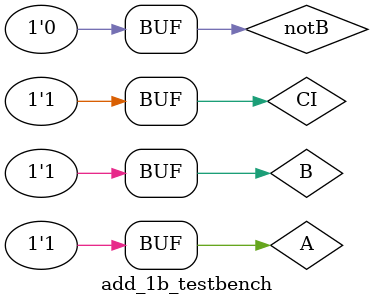
<source format=sv>
module add_1b(S, CO, CI, A, B);
input  A;
input B;
input CI;
output S;
output CO;

wire x, y, z;

and and1 (x, A, B);
and and2 (y, B, CI);
and and3 (z, A, CI);

or or1(CO, x, y, z);
xor xor1 (S, A, B, CI);

endmodule

module add_1b_testbench;

	wire S, CO;
	reg A, B, CI;
	reg notB;
	
	not (notB, B);
	
	parameter ClockDelay = 100;
	
	add_1b dut (.S, .CO, .CI, .A, .B(B));
	
//	tests add	
	initial begin
		A = 0; B = 0; CI = 0; #(ClockDelay);
		A = 0; B = 0; CI = 1; #(ClockDelay);
		A = 0; B = 1; CI = 0; #(ClockDelay);
		A = 0; B = 1; CI = 1; #(ClockDelay);
		A = 1; B = 0; CI = 0; #(ClockDelay);
		A = 1; B = 0; CI = 1; #(ClockDelay);
		A = 1; B = 1; CI = 0; #(ClockDelay);
		A = 1; B = 1; CI = 1; #(ClockDelay);
	end

endmodule
</source>
